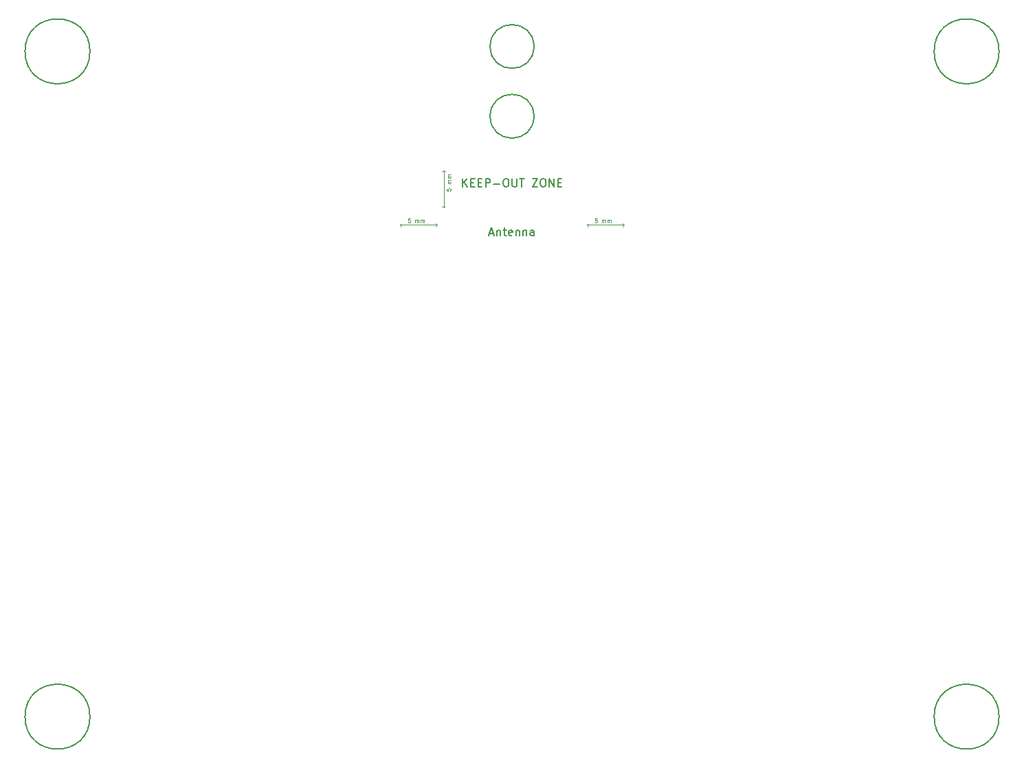
<source format=gbr>
%TF.GenerationSoftware,KiCad,Pcbnew,(6.0.0)*%
%TF.CreationDate,2022-06-09T22:04:04+02:00*%
%TF.ProjectId,Bobbycontroller,426f6262-7963-46f6-9e74-726f6c6c6572,rev?*%
%TF.SameCoordinates,Original*%
%TF.FileFunction,Other,Comment*%
%FSLAX46Y46*%
G04 Gerber Fmt 4.6, Leading zero omitted, Abs format (unit mm)*
G04 Created by KiCad (PCBNEW (6.0.0)) date 2022-06-09 22:04:04*
%MOMM*%
%LPD*%
G01*
G04 APERTURE LIST*
%ADD10C,0.150000*%
%ADD11C,0.100000*%
G04 APERTURE END LIST*
D10*
%TO.C,U18*%
X67238095Y-36416666D02*
X67714285Y-36416666D01*
X67142857Y-36702380D02*
X67476190Y-35702380D01*
X67809523Y-36702380D01*
X68142857Y-36035714D02*
X68142857Y-36702380D01*
X68142857Y-36130952D02*
X68190476Y-36083333D01*
X68285714Y-36035714D01*
X68428571Y-36035714D01*
X68523809Y-36083333D01*
X68571428Y-36178571D01*
X68571428Y-36702380D01*
X68904761Y-36035714D02*
X69285714Y-36035714D01*
X69047619Y-35702380D02*
X69047619Y-36559523D01*
X69095238Y-36654761D01*
X69190476Y-36702380D01*
X69285714Y-36702380D01*
X70000000Y-36654761D02*
X69904761Y-36702380D01*
X69714285Y-36702380D01*
X69619047Y-36654761D01*
X69571428Y-36559523D01*
X69571428Y-36178571D01*
X69619047Y-36083333D01*
X69714285Y-36035714D01*
X69904761Y-36035714D01*
X70000000Y-36083333D01*
X70047619Y-36178571D01*
X70047619Y-36273809D01*
X69571428Y-36369047D01*
X70476190Y-36035714D02*
X70476190Y-36702380D01*
X70476190Y-36130952D02*
X70523809Y-36083333D01*
X70619047Y-36035714D01*
X70761904Y-36035714D01*
X70857142Y-36083333D01*
X70904761Y-36178571D01*
X70904761Y-36702380D01*
X71380952Y-36035714D02*
X71380952Y-36702380D01*
X71380952Y-36130952D02*
X71428571Y-36083333D01*
X71523809Y-36035714D01*
X71666666Y-36035714D01*
X71761904Y-36083333D01*
X71809523Y-36178571D01*
X71809523Y-36702380D01*
X72714285Y-36702380D02*
X72714285Y-36178571D01*
X72666666Y-36083333D01*
X72571428Y-36035714D01*
X72380952Y-36035714D01*
X72285714Y-36083333D01*
X72714285Y-36654761D02*
X72619047Y-36702380D01*
X72380952Y-36702380D01*
X72285714Y-36654761D01*
X72238095Y-36559523D01*
X72238095Y-36464285D01*
X72285714Y-36369047D01*
X72380952Y-36321428D01*
X72619047Y-36321428D01*
X72714285Y-36273809D01*
D11*
X57461904Y-34601190D02*
X57223809Y-34601190D01*
X57200000Y-34839285D01*
X57223809Y-34815476D01*
X57271428Y-34791666D01*
X57390476Y-34791666D01*
X57438095Y-34815476D01*
X57461904Y-34839285D01*
X57485714Y-34886904D01*
X57485714Y-35005952D01*
X57461904Y-35053571D01*
X57438095Y-35077380D01*
X57390476Y-35101190D01*
X57271428Y-35101190D01*
X57223809Y-35077380D01*
X57200000Y-35053571D01*
X58080952Y-35101190D02*
X58080952Y-34767857D01*
X58080952Y-34815476D02*
X58104761Y-34791666D01*
X58152380Y-34767857D01*
X58223809Y-34767857D01*
X58271428Y-34791666D01*
X58295238Y-34839285D01*
X58295238Y-35101190D01*
X58295238Y-34839285D02*
X58319047Y-34791666D01*
X58366666Y-34767857D01*
X58438095Y-34767857D01*
X58485714Y-34791666D01*
X58509523Y-34839285D01*
X58509523Y-35101190D01*
X58747619Y-35101190D02*
X58747619Y-34767857D01*
X58747619Y-34815476D02*
X58771428Y-34791666D01*
X58819047Y-34767857D01*
X58890476Y-34767857D01*
X58938095Y-34791666D01*
X58961904Y-34839285D01*
X58961904Y-35101190D01*
X58961904Y-34839285D02*
X58985714Y-34791666D01*
X59033333Y-34767857D01*
X59104761Y-34767857D01*
X59152380Y-34791666D01*
X59176190Y-34839285D01*
X59176190Y-35101190D01*
X61926190Y-30913095D02*
X61926190Y-31151190D01*
X62164285Y-31175000D01*
X62140476Y-31151190D01*
X62116666Y-31103571D01*
X62116666Y-30984523D01*
X62140476Y-30936904D01*
X62164285Y-30913095D01*
X62211904Y-30889285D01*
X62330952Y-30889285D01*
X62378571Y-30913095D01*
X62402380Y-30936904D01*
X62426190Y-30984523D01*
X62426190Y-31103571D01*
X62402380Y-31151190D01*
X62378571Y-31175000D01*
X62426190Y-30294047D02*
X62092857Y-30294047D01*
X62140476Y-30294047D02*
X62116666Y-30270238D01*
X62092857Y-30222619D01*
X62092857Y-30151190D01*
X62116666Y-30103571D01*
X62164285Y-30079761D01*
X62426190Y-30079761D01*
X62164285Y-30079761D02*
X62116666Y-30055952D01*
X62092857Y-30008333D01*
X62092857Y-29936904D01*
X62116666Y-29889285D01*
X62164285Y-29865476D01*
X62426190Y-29865476D01*
X62426190Y-29627380D02*
X62092857Y-29627380D01*
X62140476Y-29627380D02*
X62116666Y-29603571D01*
X62092857Y-29555952D01*
X62092857Y-29484523D01*
X62116666Y-29436904D01*
X62164285Y-29413095D01*
X62426190Y-29413095D01*
X62164285Y-29413095D02*
X62116666Y-29389285D01*
X62092857Y-29341666D01*
X62092857Y-29270238D01*
X62116666Y-29222619D01*
X62164285Y-29198809D01*
X62426190Y-29198809D01*
D10*
X63928571Y-30702380D02*
X63928571Y-29702380D01*
X64500000Y-30702380D02*
X64071428Y-30130952D01*
X64500000Y-29702380D02*
X63928571Y-30273809D01*
X64928571Y-30178571D02*
X65261904Y-30178571D01*
X65404761Y-30702380D02*
X64928571Y-30702380D01*
X64928571Y-29702380D01*
X65404761Y-29702380D01*
X65833333Y-30178571D02*
X66166666Y-30178571D01*
X66309523Y-30702380D02*
X65833333Y-30702380D01*
X65833333Y-29702380D01*
X66309523Y-29702380D01*
X66738095Y-30702380D02*
X66738095Y-29702380D01*
X67119047Y-29702380D01*
X67214285Y-29750000D01*
X67261904Y-29797619D01*
X67309523Y-29892857D01*
X67309523Y-30035714D01*
X67261904Y-30130952D01*
X67214285Y-30178571D01*
X67119047Y-30226190D01*
X66738095Y-30226190D01*
X67738095Y-30321428D02*
X68500000Y-30321428D01*
X69166666Y-29702380D02*
X69357142Y-29702380D01*
X69452380Y-29750000D01*
X69547619Y-29845238D01*
X69595238Y-30035714D01*
X69595238Y-30369047D01*
X69547619Y-30559523D01*
X69452380Y-30654761D01*
X69357142Y-30702380D01*
X69166666Y-30702380D01*
X69071428Y-30654761D01*
X68976190Y-30559523D01*
X68928571Y-30369047D01*
X68928571Y-30035714D01*
X68976190Y-29845238D01*
X69071428Y-29750000D01*
X69166666Y-29702380D01*
X70023809Y-29702380D02*
X70023809Y-30511904D01*
X70071428Y-30607142D01*
X70119047Y-30654761D01*
X70214285Y-30702380D01*
X70404761Y-30702380D01*
X70500000Y-30654761D01*
X70547619Y-30607142D01*
X70595238Y-30511904D01*
X70595238Y-29702380D01*
X70928571Y-29702380D02*
X71500000Y-29702380D01*
X71214285Y-30702380D02*
X71214285Y-29702380D01*
X72500000Y-29702380D02*
X73166666Y-29702380D01*
X72500000Y-30702380D01*
X73166666Y-30702380D01*
X73738095Y-29702380D02*
X73928571Y-29702380D01*
X74023809Y-29750000D01*
X74119047Y-29845238D01*
X74166666Y-30035714D01*
X74166666Y-30369047D01*
X74119047Y-30559523D01*
X74023809Y-30654761D01*
X73928571Y-30702380D01*
X73738095Y-30702380D01*
X73642857Y-30654761D01*
X73547619Y-30559523D01*
X73500000Y-30369047D01*
X73500000Y-30035714D01*
X73547619Y-29845238D01*
X73642857Y-29750000D01*
X73738095Y-29702380D01*
X74595238Y-30702380D02*
X74595238Y-29702380D01*
X75166666Y-30702380D01*
X75166666Y-29702380D01*
X75642857Y-30178571D02*
X75976190Y-30178571D01*
X76119047Y-30702380D02*
X75642857Y-30702380D01*
X75642857Y-29702380D01*
X76119047Y-29702380D01*
D11*
X80461904Y-34601190D02*
X80223809Y-34601190D01*
X80200000Y-34839285D01*
X80223809Y-34815476D01*
X80271428Y-34791666D01*
X80390476Y-34791666D01*
X80438095Y-34815476D01*
X80461904Y-34839285D01*
X80485714Y-34886904D01*
X80485714Y-35005952D01*
X80461904Y-35053571D01*
X80438095Y-35077380D01*
X80390476Y-35101190D01*
X80271428Y-35101190D01*
X80223809Y-35077380D01*
X80200000Y-35053571D01*
X81080952Y-35101190D02*
X81080952Y-34767857D01*
X81080952Y-34815476D02*
X81104761Y-34791666D01*
X81152380Y-34767857D01*
X81223809Y-34767857D01*
X81271428Y-34791666D01*
X81295238Y-34839285D01*
X81295238Y-35101190D01*
X81295238Y-34839285D02*
X81319047Y-34791666D01*
X81366666Y-34767857D01*
X81438095Y-34767857D01*
X81485714Y-34791666D01*
X81509523Y-34839285D01*
X81509523Y-35101190D01*
X81747619Y-35101190D02*
X81747619Y-34767857D01*
X81747619Y-34815476D02*
X81771428Y-34791666D01*
X81819047Y-34767857D01*
X81890476Y-34767857D01*
X81938095Y-34791666D01*
X81961904Y-34839285D01*
X81961904Y-35101190D01*
X81961904Y-34839285D02*
X81985714Y-34791666D01*
X82033333Y-34767857D01*
X82104761Y-34767857D01*
X82152380Y-34791666D01*
X82176190Y-34839285D01*
X82176190Y-35101190D01*
D10*
%TO.C,J7*%
X72700000Y-13400000D02*
G75*
G03*
X72700000Y-13400000I-2700000J0D01*
G01*
%TO.C,J9*%
X18000000Y-14000000D02*
G75*
G03*
X18000000Y-14000000I-4000000J0D01*
G01*
%TO.C,J11*%
X130000000Y-96000000D02*
G75*
G03*
X130000000Y-96000000I-4000000J0D01*
G01*
%TO.C,J12*%
X18000000Y-96000000D02*
G75*
G03*
X18000000Y-96000000I-4000000J0D01*
G01*
%TO.C,J10*%
X130000000Y-14000000D02*
G75*
G03*
X130000000Y-14000000I-4000000J0D01*
G01*
%TO.C,J8*%
X72700000Y-22000000D02*
G75*
G03*
X72700000Y-22000000I-2700000J0D01*
G01*
D11*
%TO.C,U18*%
X60800000Y-35375000D02*
X60600000Y-35575000D01*
X61600000Y-33250000D02*
X61600000Y-28650000D01*
X61600000Y-28650000D02*
X61400000Y-28850000D01*
X61600000Y-28650000D02*
X61800000Y-28850000D01*
X79200000Y-35375000D02*
X79400000Y-35175000D01*
X60800000Y-35375000D02*
X60600000Y-35175000D01*
X61600000Y-33250000D02*
X61400000Y-33050000D01*
X56200000Y-35375000D02*
X56400000Y-35175000D01*
X83800000Y-35375000D02*
X83600000Y-35175000D01*
X83800000Y-35375000D02*
X83600000Y-35575000D01*
X79200000Y-35375000D02*
X79400000Y-35575000D01*
X83800000Y-35375000D02*
X79200000Y-35375000D01*
X60800000Y-35375000D02*
X56200000Y-35375000D01*
X56200000Y-35375000D02*
X56400000Y-35575000D01*
X61600000Y-33250000D02*
X61800000Y-33050000D01*
%TD*%
M02*

</source>
